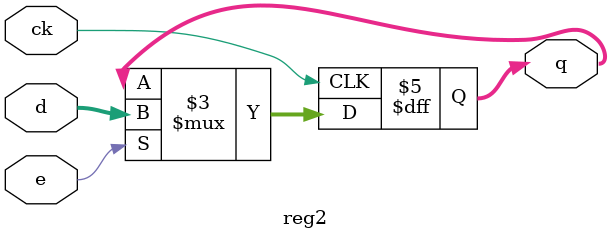
<source format=sv>
module reg8( d, q, e, ck );
	
	// Define ports
	input [7:0] d;

	input e, ck;

	output reg [7:0] q;

	// Link outputs
	always @ ( posedge ck )
		if ( e ) q <= d;

	initial q <= 0;

endmodule

module reg5( d, q, e, ck );
	
	// Define ports
	input [4:0] d;

	input e, ck;

	output reg [4:0] q;

	// Link outputs
	always @ ( posedge ck )
		if ( e ) q <= d;

	initial q <= 0;

endmodule

module reg2( d, q, e, ck );
	
	// Define ports
	input [1:0] d;

	input e, ck;

	output reg [1:0] q;

	// Link outputs
	always @ ( posedge ck )
		if ( e ) q <= d;

	initial q <= 0;

endmodule

</source>
